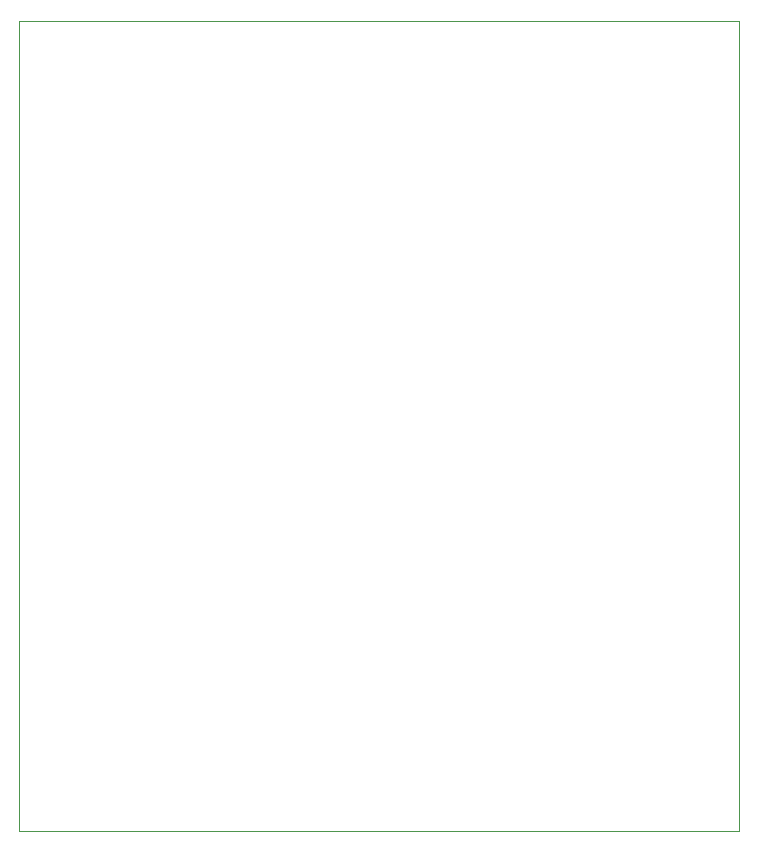
<source format=gbr>
%TF.GenerationSoftware,KiCad,Pcbnew,(6.0.8)*%
%TF.CreationDate,2023-01-11T15:10:29+01:00*%
%TF.ProjectId,TSAL_Voltage_Sensor,5453414c-5f56-46f6-9c74-6167655f5365,rev?*%
%TF.SameCoordinates,Original*%
%TF.FileFunction,Profile,NP*%
%FSLAX46Y46*%
G04 Gerber Fmt 4.6, Leading zero omitted, Abs format (unit mm)*
G04 Created by KiCad (PCBNEW (6.0.8)) date 2023-01-11 15:10:29*
%MOMM*%
%LPD*%
G01*
G04 APERTURE LIST*
%TA.AperFunction,Profile*%
%ADD10C,0.100000*%
%TD*%
G04 APERTURE END LIST*
D10*
X137160000Y-55880000D02*
X76200000Y-55880000D01*
X76200000Y-55880000D02*
X76200000Y-124460000D01*
X76200000Y-124460000D02*
X137160000Y-124460000D01*
X137160000Y-124460000D02*
X137160000Y-55880000D01*
M02*

</source>
